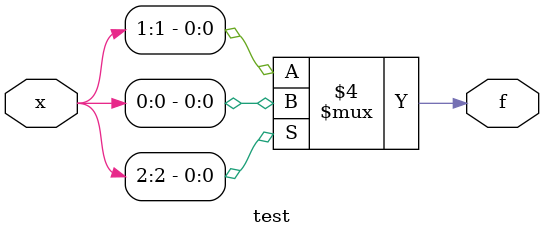
<source format=v>
`timescale 1ns / 1ps


module test(input [2:0] x, output reg f);
 always @(x[0] or x[1]or x[2]) 
 if (x[2] == 1) 
        f = x[0];
 else 
        f = x[1];
endmodule
</source>
